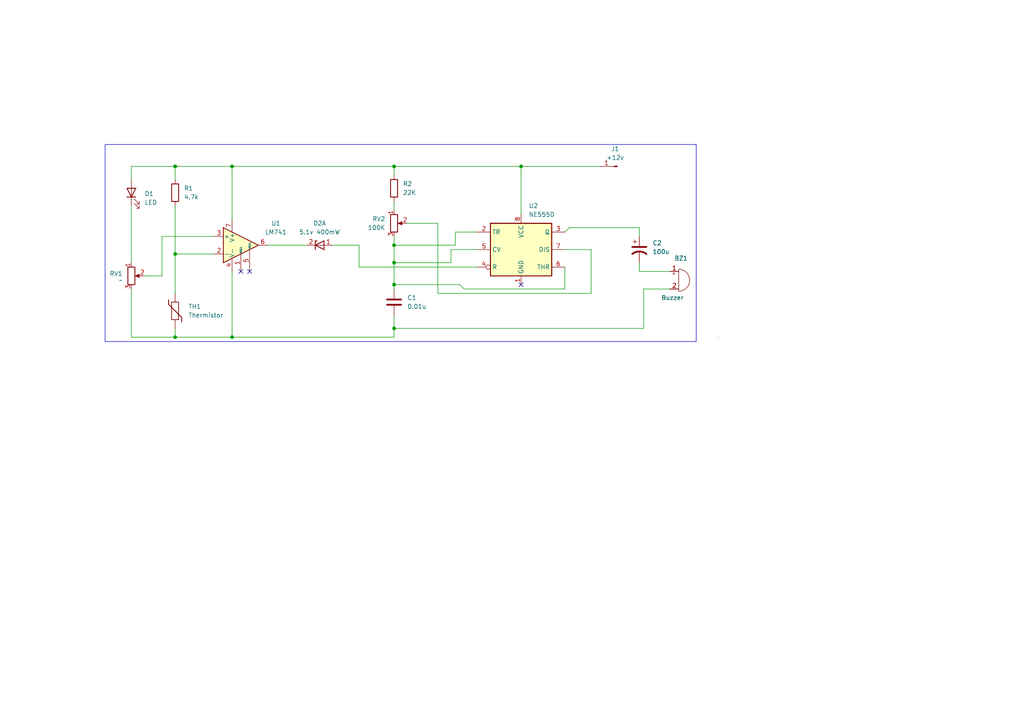
<source format=kicad_sch>
(kicad_sch (version 20231120) (generator "eeschema") (generator_version "8.0")
  (paper "A4")
  (lib_symbols
    (symbol "Amplifier_Operational:LM741" (pin_names (offset 0.127))
      (property "Reference" "U" (at 0 6.35 0))
      (property "Value" "LM741" (at 0 3.81 0))
      (symbol "LM741_0_1"
        (polyline (pts (xy -5.08 5.08) (xy 5.08 0) (xy -5.08 -5.08) (xy -5.08 5.08)) (stroke (width 0.254)) (fill (type background)))
      )
      (symbol "LM741_1_1"
        (pin input line (at 0 -7.62 90) (length 5.08) (name "NULL") (number "1"))
        (pin input line (at -7.62 -2.54 0) (length 2.54) (name "-") (number "2"))
        (pin input line (at -7.62 2.54 0) (length 2.54) (name "+") (number "3"))
        (pin power_in line (at -2.54 -7.62 90) (length 3.81) (name "V-") (number "4"))
        (pin input line (at 2.54 -7.62 90) (length 6.35) (name "NULL") (number "5"))
        (pin output line (at 7.62 0 180) (length 2.54) (name "~") (number "6"))
        (pin power_in line (at -2.54 7.62 270) (length 3.81) (name "V+") (number "7"))
        (pin no_connect line (at 0 2.54 270) (length 2.54) hide (name "NC") (number "8"))
      )
    )
    (symbol "Connector:Conn_01x01_Pin" (pin_names (offset 1.016) hide)
      (property "Reference" "J" (at 0 2.54 0))
      (property "Value" "Conn_01x01_Pin" (at 0 -2.54 0))
      (symbol "Conn_01x01_Pin_1_1"
        (polyline (pts (xy 1.27 0) (xy 0.8636 0)) (stroke (width 0.1524)))
        (rectangle (start 0.8636 0.127) (end 0 -0.127) (stroke (width 0.1524)) (fill (type outline)))
        (pin passive line (at 5.08 0 180) (length 3.81) (name "Pin_1") (number "1"))
      )
    )
    (symbol "Device:Buzzer" (pin_names (offset 0.0254) hide)
      (property "Reference" "BZ" (at 3.81 1.27 0))
      (property "Value" "Buzzer" (at 3.81 -1.27 0))
      (symbol "Buzzer_0_1"
        (arc (start 0 -3.175) (mid 3.1612 0) (end 0 3.175))
        (polyline (pts (xy -1.651 1.905) (xy -1.143 1.905)))
        (polyline (pts (xy -1.397 2.159) (xy -1.397 1.651)))
        (polyline (pts (xy 0 3.175) (xy 0 -3.175)))
      )
      (symbol "Buzzer_1_1"
        (pin passive line (at -2.54 2.54 0) (length 2.54) (name "+") (number "1"))
        (pin passive line (at -2.54 -2.54 0) (length 2.54) (name "-") (number "2"))
      )
    )
    (symbol "Device:C" (pin_numbers hide) (pin_names (offset 0.254))
      (property "Reference" "C" (at 0.635 2.54 0))
      (property "Value" "C" (at 0.635 -2.54 0))
      (symbol "C_0_1"
        (polyline (pts (xy -2.032 -0.762) (xy 2.032 -0.762)) (stroke (width 0.508)))
        (polyline (pts (xy -2.032 0.762) (xy 2.032 0.762)) (stroke (width 0.508)))
      )
      (symbol "C_1_1"
        (pin passive line (at 0 3.81 270) (length 2.794) (name "~") (number "1"))
        (pin passive line (at 0 -3.81 90) (length 2.794) (name "~") (number "2"))
      )
    )
    (symbol "Device:C_Polarized_US" (pin_numbers hide) (pin_names (offset 0.254) hide)
      (property "Reference" "C" (at 0.635 2.54 0))
      (property "Value" "C_Polarized_US" (at 0.635 -2.54 0))
      (symbol "C_Polarized_US_0_1"
        (polyline (pts (xy -2.032 0.762) (xy 2.032 0.762)) (stroke (width 0.508)))
        (polyline (pts (xy -1.778 2.286) (xy -0.762 2.286)))
        (polyline (pts (xy -1.27 1.778) (xy -1.27 2.794)))
        (arc (start 2.032 -1.27) (mid 0 -0.5572) (end -2.032 -1.27) (stroke (width 0.508)))
      )
      (symbol "C_Polarized_US_1_1"
        (pin passive line (at 0 3.81 270) (length 2.794) (name "~") (number "1"))
        (pin passive line (at 0 -3.81 90) (length 3.302) (name "~") (number "2"))
      )
    )
    (symbol "Device:D_Zener_Dual_CommonAnode_AKK_Split" (pin_names (offset 0.762) hide)
      (property "Reference" "D" (at 0 2.54 0))
      (property "Value" "D_Zener_Dual_CommonAnode_AKK_Split" (at 0 -2.54 0))
      (symbol "D_Zener_Dual_CommonAnode_AKK_Split_0_0"
        (polyline (pts (xy 1.27 1.27) (xy 1.27 -1.27) (xy 0.762 -1.27)) (stroke (width 0.254)))
      )
      (symbol "D_Zener_Dual_CommonAnode_AKK_Split_0_1"
        (polyline (pts (xy 1.27 0) (xy -1.27 0)))
        (polyline (pts (xy -1.27 1.27) (xy 1.27 0) (xy -1.27 -1.27) (xy -1.27 1.27) (xy -1.27 1.27) (xy -1.27 1.27)) (stroke (width 0.254)))
        (pin passive line (at -3.81 0 0) (length 2.54) (name "A") (number "1"))
      )
      (symbol "D_Zener_Dual_CommonAnode_AKK_Split_1_1"
        (pin passive line (at 3.81 0 180) (length 2.54) (name "K") (number "2"))
      )
      (symbol "D_Zener_Dual_CommonAnode_AKK_Split_2_1"
        (pin passive line (at 3.81 0 180) (length 2.54) (name "K") (number "3"))
      )
    )
    (symbol "Device:LED" (pin_numbers hide) (pin_names (offset 1.016) hide)
      (property "Reference" "D" (at 0 2.54 0))
      (property "Value" "LED" (at 0 -2.54 0))
      (symbol "LED_0_1"
        (polyline (pts (xy -1.27 -1.27) (xy -1.27 1.27)) (stroke (width 0.254)))
        (polyline (pts (xy -1.27 0) (xy 1.27 0)))
        (polyline (pts (xy 1.27 -1.27) (xy 1.27 1.27) (xy -1.27 0) (xy 1.27 -1.27)) (stroke (width 0.254)))
        (polyline (pts (xy -3.048 -0.762) (xy -4.572 -2.286) (xy -3.81 -2.286) (xy -4.572 -2.286) (xy -4.572 -1.524)))
        (polyline (pts (xy -1.778 -0.762) (xy -3.302 -2.286) (xy -2.54 -2.286) (xy -3.302 -2.286) (xy -3.302 -1.524)))
      )
      (symbol "LED_1_1"
        (pin passive line (at -3.81 0 0) (length 2.54) (name "K") (number "1"))
        (pin passive line (at 3.81 0 180) (length 2.54) (name "A") (number "2"))
      )
    )
    (symbol "Device:R" (pin_numbers hide) (pin_names (offset 0))
      (property "Reference" "R" (at 2.032 0 90))
      (property "Value" "R" (at 0 0 90))
      (symbol "R_0_1"
        (rectangle (start -1.016 -2.54) (end 1.016 2.54) (stroke (width 0.254)))
      )
      (symbol "R_1_1"
        (pin passive line (at 0 3.81 270) (length 1.27) (name "~") (number "1"))
        (pin passive line (at 0 -3.81 90) (length 1.27) (name "~") (number "2"))
      )
    )
    (symbol "Device:R_Potentiometer" (pin_names (offset 1.016) hide)
      (property "Reference" "RV" (at -4.445 0 90))
      (property "Value" "R_Potentiometer" (at -2.54 0 90))
      (symbol "R_Potentiometer_0_1"
        (polyline (pts (xy 2.54 0) (xy 1.524 0)))
        (polyline (pts (xy 1.143 0) (xy 2.286 0.508) (xy 2.286 -0.508) (xy 1.143 0)) (fill (type outline)))
        (rectangle (start 1.016 2.54) (end -1.016 -2.54) (stroke (width 0.254)))
      )
      (symbol "R_Potentiometer_1_1"
        (pin passive line (at 0 3.81 270) (length 1.27) (name "1") (number "1"))
        (pin passive line (at 3.81 0 180) (length 1.27) (name "2") (number "2"))
        (pin passive line (at 0 -3.81 90) (length 1.27) (name "3") (number "3"))
      )
    )
    (symbol "Device:Thermistor" (pin_numbers hide) (pin_names (offset 0))
      (property "Reference" "TH" (at 2.54 1.27 90))
      (property "Value" "Thermistor" (at -2.54 0 90))
      (symbol "Thermistor_0_1"
        (rectangle (start -1.016 2.54) (end 1.016 -2.54) (stroke (width 0.2032)))
        (polyline (pts (xy -1.905 3.175) (xy -1.905 1.905) (xy 1.905 -1.905) (xy 1.905 -3.175) (xy 1.905 -3.175)) (stroke (width 0.254)))
      )
      (symbol "Thermistor_1_1"
        (pin passive line (at 0 5.08 270) (length 2.54) (name "~") (number "1"))
        (pin passive line (at 0 -5.08 90) (length 2.54) (name "~") (number "2"))
      )
    )
    (symbol "Timer:NE555D"
      (property "Reference" "U" (at -10.16 8.89 0))
      (property "Value" "NE555D" (at 2.54 8.89 0))
      (symbol "NE555D_0_0"
        (pin power_in line (at 0 -10.16 90) (length 2.54) (name "GND") (number "1"))
        (pin power_in line (at 0 10.16 270) (length 2.54) (name "VCC") (number "8"))
      )
      (symbol "NE555D_0_1"
        (rectangle (start -8.89 -7.62) (end 8.89 7.62) (stroke (width 0.254)) (fill (type background)))
        (rectangle (start -8.89 -7.62) (end 8.89 7.62) (stroke (width 0.254)) (fill (type background)))
      )
      (symbol "NE555D_1_1"
        (pin input line (at -12.7 5.08 0) (length 3.81) (name "TR") (number "2"))
        (pin output line (at 12.7 5.08 180) (length 3.81) (name "Q") (number "3"))
        (pin input inverted (at -12.7 -5.08 0) (length 3.81) (name "R") (number "4"))
        (pin input line (at -12.7 0 0) (length 3.81) (name "CV") (number "5"))
        (pin input line (at 12.7 -5.08 180) (length 3.81) (name "THR") (number "6"))
        (pin input line (at 12.7 0 180) (length 3.81) (name "DIS") (number "7"))
      )
    )
  )
  (junction (at 114.3 95.25))
  (junction (at 114.3 48.26))
  (junction (at 67.31 48.26))
  (junction (at 67.31 97.79))
  (junction (at 114.3 76.2))
  (junction (at 50.8 97.79))
  (junction (at 50.8 73.66))
  (junction (at 114.3 71.12))
  (junction (at 151.13 48.26))
  (junction (at 50.8 48.26))
  (junction (at 114.3 82.55))
  (no_connect (at 151.13 82.55))
  (no_connect (at 69.85 78.74))
  (no_connect (at 72.39 78.74))
  (wire (pts (xy 77.47 71.12) (xy 88.9 71.12)))
  (wire (pts (xy 130.81 72.39) (xy 138.43 72.39)))
  (wire (pts (xy 96.52 71.12) (xy 104.14 71.12)))
  (wire (pts (xy 114.3 71.12) (xy 114.3 76.2)))
  (wire (pts (xy 50.8 97.79) (xy 67.31 97.79)))
  (wire (pts (xy 50.8 73.66) (xy 62.23 73.66)))
  (wire (pts (xy 185.42 66.04) (xy 165.1 66.04)))
  (wire (pts (xy 163.83 72.39) (xy 171.45 72.39)))
  (wire (pts (xy 38.1 97.79) (xy 50.8 97.79)))
  (wire (pts (xy 171.45 72.39) (xy 171.45 85.09)))
  (wire (pts (xy 67.31 48.26) (xy 114.3 48.26)))
  (wire (pts (xy 114.3 82.55) (xy 133.35 82.55)))
  (wire (pts (xy 67.31 97.79) (xy 114.3 97.79)))
  (wire (pts (xy 163.83 77.47) (xy 163.83 83.82)))
  (wire (pts (xy 50.8 48.26) (xy 67.31 48.26)))
  (wire (pts (xy 114.3 95.25) (xy 114.3 97.79)))
  (wire (pts (xy 151.13 48.26) (xy 151.13 62.23)))
  (wire (pts (xy 185.42 66.04) (xy 185.42 68.58)))
  (wire (pts (xy 104.14 77.47) (xy 138.43 77.47)))
  (wire (pts (xy 132.08 67.31) (xy 132.08 71.12)))
  (wire (pts (xy 114.3 58.42) (xy 114.3 60.96)))
  (wire (pts (xy 127 85.09) (xy 171.45 85.09)))
  (wire (pts (xy 118.11 64.77) (xy 127 64.77)))
  (wire (pts (xy 50.8 73.66) (xy 50.8 85.09)))
  (wire (pts (xy 127 64.77) (xy 127 85.09)))
  (wire (pts (xy 186.69 83.82) (xy 194.31 83.82)))
  (wire (pts (xy 41.91 80.01) (xy 46.99 80.01)))
  (wire (pts (xy 50.8 95.25) (xy 50.8 97.79)))
  (wire (pts (xy 38.1 48.26) (xy 50.8 48.26)))
  (wire (pts (xy 114.3 76.2) (xy 130.81 76.2)))
  (wire (pts (xy 46.99 68.58) (xy 46.99 80.01)))
  (wire (pts (xy 185.42 76.2) (xy 185.42 78.74)))
  (wire (pts (xy 114.3 91.44) (xy 114.3 95.25)))
  (wire (pts (xy 132.08 67.31) (xy 138.43 67.31)))
  (wire (pts (xy 151.13 48.26) (xy 173.99 48.26)))
  (wire (pts (xy 165.1 66.04) (xy 163.83 67.31)))
  (wire (pts (xy 38.1 59.69) (xy 38.1 76.2)))
  (wire (pts (xy 185.42 78.74) (xy 194.31 78.74)))
  (wire (pts (xy 114.3 68.58) (xy 114.3 71.12)))
  (wire (pts (xy 186.69 83.82) (xy 186.69 95.25)))
  (wire (pts (xy 104.14 71.12) (xy 104.14 77.47)))
  (wire (pts (xy 130.81 72.39) (xy 130.81 76.2)))
  (wire (pts (xy 114.3 48.26) (xy 114.3 50.8)))
  (wire (pts (xy 50.8 48.26) (xy 50.8 52.07)))
  (wire (pts (xy 46.99 68.58) (xy 62.23 68.58)))
  (wire (pts (xy 134.62 83.82) (xy 133.35 82.55)))
  (wire (pts (xy 114.3 95.25) (xy 186.69 95.25)))
  (wire (pts (xy 67.31 48.26) (xy 67.31 63.5)))
  (wire (pts (xy 114.3 82.55) (xy 114.3 83.82)))
  (wire (pts (xy 163.83 83.82) (xy 134.62 83.82)))
  (wire (pts (xy 38.1 48.26) (xy 38.1 52.07)))
  (wire (pts (xy 50.8 59.69) (xy 50.8 73.66)))
  (wire (pts (xy 114.3 76.2) (xy 114.3 82.55)))
  (wire (pts (xy 114.3 48.26) (xy 151.13 48.26)))
  (wire (pts (xy 67.31 78.74) (xy 67.31 97.79)))
  (wire (pts (xy 114.3 71.12) (xy 132.08 71.12)))
  (wire (pts (xy 38.1 83.82) (xy 38.1 97.79)))
  (rectangle (start 208.28 97.79) (end 208.28 97.79))
  (rectangle (start 30.48 41.91) (end 201.93 99.06))
  (symbol (lib_id "Device:R") (at 114.3 54.61 0) (unit 1)
    (property "Reference" "R2" (at 116.84 53.3399 0) (effects (justify left)))
    (property "Value" "22K" (at 116.84 55.8799 0) (effects (justify left)))
    (property "Footprint" "Resistor_THT:R_Axial_DIN0204_L3.6mm_D1.6mm_P7.62mm_Horizontal" (effects (hide yes)))
    (property "Description" "Resistor" (effects (hide yes)))
  )
  (symbol (lib_id "Timer:NE555D") (at 151.13 72.39 0) (unit 1)
    (property "Reference" "U2" (at 153.3241 59.69 0) (effects (justify left)))
    (property "Value" "NE555D" (at 153.3241 62.23 0) (effects (justify left)))
    (property "Footprint" "Package_SO:SOIC-8_3.9x4.9mm_P1.27mm" (effects (hide yes)))
    (property "Datasheet" "http://www.ti.com/lit/ds/symlink/ne555.pdf" (effects (hide yes)))
    (property "Description" "Precision Timers, 555 compatible, SOIC-8" (effects (hide yes)))
  )
  (symbol (lib_id "Connector:Conn_01x01_Pin") (at 179.07 48.26 180) (unit 1)
    (property "Reference" "J1" (at 178.435 43.18 0))
    (property "Value" "+12v" (at 178.435 45.72 0))
    (property "Footprint" "Connector_Hirose:Hirose_DF63M-1P-3.96DSA_1x01_P3.96mm_Vertical" (effects (hide yes)))
    (property "Description" "Generic connector, single row, 01x01, script generated" (effects (hide yes)))
  )
  (symbol (lib_id "Device:LED") (at 38.1 55.88 90) (unit 1)
    (property "Reference" "D1" (at 41.91 56.1974 90) (effects (justify right)))
    (property "Value" "LED" (at 41.91 58.7374 90) (effects (justify right)))
    (property "Footprint" "LED_THT:LED_D3.0mm" (effects (hide yes)))
    (property "Description" "Light emitting diode" (effects (hide yes)))
  )
  (symbol (lib_id "Device:Thermistor") (at 50.8 90.17 0) (unit 1)
    (property "Reference" "TH1" (at 54.61 88.8999 0) (effects (justify left)))
    (property "Value" "Thermistor" (at 54.61 91.4399 0) (effects (justify left)))
    (property "Footprint" "Resistor_THT:R_Axial_DIN0204_L3.6mm_D1.6mm_P1.90mm_Vertical" (effects (hide yes)))
    (property "Description" "Temperature dependent resistor" (effects (hide yes)))
  )
  (symbol (lib_id "Device:C_Polarized_US") (at 185.42 72.39 0) (unit 1)
    (property "Reference" "C2" (at 189.23 70.4849 0) (effects (justify left)))
    (property "Value" "100u" (at 189.23 73.0249 0) (effects (justify left)))
    (property "Footprint" "Capacitor_THT:CP_Axial_L10.0mm_D4.5mm_P15.00mm_Horizontal" (effects (hide yes)))
    (property "Description" "Polarized capacitor, US symbol" (effects (hide yes)))
  )
  (symbol (lib_id "Device:R_Potentiometer") (at 114.3 64.77 0) (unit 1)
    (property "Reference" "RV2" (at 111.76 63.4999 0) (effects (justify right)))
    (property "Value" "100K" (at 111.76 66.0399 0) (effects (justify right)))
    (property "Footprint" "Potentiometer_THT:Potentiometer_ACP_CA6-H2,5_Horizontal" (effects (hide yes)))
    (property "Description" "Potentiometer" (effects (hide yes)))
  )
  (symbol (lib_id "Amplifier_Operational:LM741") (at 69.85 71.12 0) (unit 1)
    (property "Reference" "U1" (at 80.01 64.8014 0))
    (property "Value" "LM741" (at 80.01 67.3414 0))
    (property "Footprint" "Package_DIP:DIP-8-16_W7.62mm" (effects (hide yes)))
    (property "Datasheet" "http://www.ti.com/lit/ds/symlink/lm741.pdf" (effects (hide yes)))
    (property "Description" "Operational Amplifier, DIP-8/TO-99-8" (effects (hide yes)))
  )
  (symbol (lib_id "Device:D_Zener_Dual_CommonAnode_AKK_Split") (at 92.71 71.12 180) (unit 1)
    (property "Reference" "D2" (at 92.71 64.77 0))
    (property "Value" "5.1v 400mW" (at 92.71 67.31 0))
    (property "Footprint" "Resistor_THT:R_Axial_DIN0204_L3.6mm_D1.6mm_P7.62mm_Horizontal" (effects (hide yes)))
    (property "Description" "Dual Zener diode, common anode on pin 1" (effects (hide yes)))
  )
  (symbol (lib_id "Device:R_Potentiometer") (at 38.1 80.01 0) (unit 1)
    (property "Reference" "RV1" (at 35.56 79.3749 0) (effects (justify right)))
    (property "Value" "~" (at 35.56 81.28 0) (effects (justify right)))
    (property "Footprint" "Potentiometer_THT:Potentiometer_ACP_CA6-H2,5_Horizontal" (effects (hide yes)))
    (property "Description" "Potentiometer" (effects (hide yes)))
  )
  (symbol (lib_id "Device:R") (at 50.8 55.88 0) (unit 1)
    (property "Reference" "R1" (at 53.34 54.6099 0) (effects (justify left)))
    (property "Value" "4.7k" (at 53.34 57.1499 0) (effects (justify left)))
    (property "Footprint" "Resistor_THT:R_Axial_DIN0204_L3.6mm_D1.6mm_P7.62mm_Horizontal" (effects (hide yes)))
    (property "Description" "Resistor" (effects (hide yes)))
  )
  (symbol (lib_id "Device:C") (at 114.3 87.63 0) (unit 1)
    (property "Reference" "C1" (at 118.11 86.3599 0) (effects (justify left)))
    (property "Value" "0.01u" (at 118.11 88.8999 0) (effects (justify left)))
    (property "Footprint" "Capacitor_THT:C_Axial_L3.8mm_D2.6mm_P7.50mm_Horizontal" (effects (hide yes)))
    (property "Description" "Unpolarized capacitor" (effects (hide yes)))
  )
  (symbol (lib_id "Device:Buzzer") (at 196.85 81.28 0) (unit 1)
    (property "Reference" "BZ1" (at 195.58 74.93 0) (effects (justify left)))
    (property "Value" "Buzzer" (at 191.77 86.36 0) (effects (justify left)))
    (property "Footprint" "Buzzer_Beeper:Buzzer_12x9.5RM7.6" (effects (hide yes)))
    (property "Description" "Buzzer, polarized" (effects (hide yes)))
  )
)
</source>
